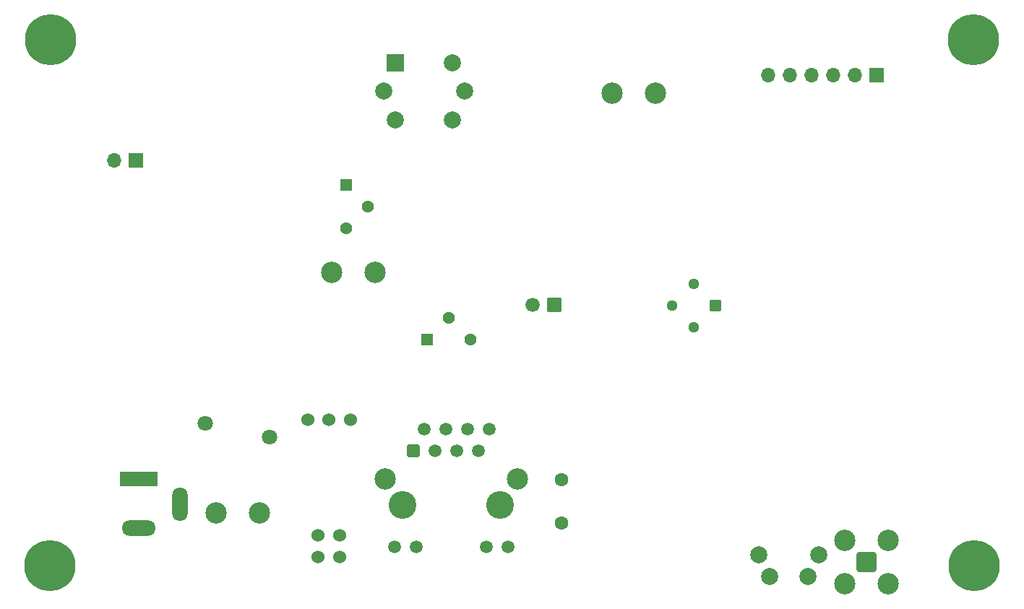
<source format=gbr>
%TF.GenerationSoftware,KiCad,Pcbnew,8.0.6*%
%TF.CreationDate,2025-04-11T21:40:20+07:00*%
%TF.ProjectId,DATN,4441544e-2e6b-4696-9361-645f70636258,rev?*%
%TF.SameCoordinates,Original*%
%TF.FileFunction,Soldermask,Bot*%
%TF.FilePolarity,Negative*%
%FSLAX46Y46*%
G04 Gerber Fmt 4.6, Leading zero omitted, Abs format (unit mm)*
G04 Created by KiCad (PCBNEW 8.0.6) date 2025-04-11 21:40:20*
%MOMM*%
%LPD*%
G01*
G04 APERTURE LIST*
G04 Aperture macros list*
%AMRoundRect*
0 Rectangle with rounded corners*
0 $1 Rounding radius*
0 $2 $3 $4 $5 $6 $7 $8 $9 X,Y pos of 4 corners*
0 Add a 4 corners polygon primitive as box body*
4,1,4,$2,$3,$4,$5,$6,$7,$8,$9,$2,$3,0*
0 Add four circle primitives for the rounded corners*
1,1,$1+$1,$2,$3*
1,1,$1+$1,$4,$5*
1,1,$1+$1,$6,$7*
1,1,$1+$1,$8,$9*
0 Add four rect primitives between the rounded corners*
20,1,$1+$1,$2,$3,$4,$5,0*
20,1,$1+$1,$4,$5,$6,$7,0*
20,1,$1+$1,$6,$7,$8,$9,0*
20,1,$1+$1,$8,$9,$2,$3,0*%
G04 Aperture macros list end*
%ADD10C,6.000000*%
%ADD11C,1.524000*%
%ADD12R,1.700000X1.700000*%
%ADD13O,1.700000X1.700000*%
%ADD14R,4.400000X1.800000*%
%ADD15O,4.000000X1.800000*%
%ADD16O,1.800000X4.000000*%
%ADD17RoundRect,0.200100X0.949900X0.949900X-0.949900X0.949900X-0.949900X-0.949900X0.949900X-0.949900X0*%
%ADD18C,2.500000*%
%ADD19R,2.000000X2.000000*%
%ADD20C,2.000000*%
%ADD21C,1.800000*%
%ADD22RoundRect,0.102000X-0.611000X-0.611000X0.611000X-0.611000X0.611000X0.611000X-0.611000X0.611000X0*%
%ADD23C,1.426000*%
%ADD24C,1.600000*%
%ADD25C,1.674000*%
%ADD26RoundRect,0.102000X0.735000X0.735000X-0.735000X0.735000X-0.735000X-0.735000X0.735000X-0.735000X0*%
%ADD27RoundRect,0.102000X0.545000X0.545000X-0.545000X0.545000X-0.545000X-0.545000X0.545000X-0.545000X0*%
%ADD28C,1.294000*%
%ADD29C,3.250000*%
%ADD30RoundRect,0.250500X-0.499500X-0.499500X0.499500X-0.499500X0.499500X0.499500X-0.499500X0.499500X0*%
%ADD31C,1.500000*%
%ADD32RoundRect,0.102000X-0.611000X0.611000X-0.611000X-0.611000X0.611000X-0.611000X0.611000X0.611000X0*%
G04 APERTURE END LIST*
D10*
%TO.C,H1*%
X68775000Y-123550000D03*
%TD*%
%TO.C,H1*%
X176950000Y-61950000D03*
%TD*%
D11*
%TO.C,D1*%
X100175000Y-122550000D03*
X102715000Y-122550000D03*
X100175000Y-120010000D03*
X102715000Y-120010000D03*
%TD*%
D12*
%TO.C,BT1*%
X78850000Y-76075000D03*
D13*
X76310000Y-76075000D03*
%TD*%
D14*
%TO.C,J1*%
X79200000Y-113425000D03*
D15*
X79200000Y-119225000D03*
D16*
X84000000Y-116425000D03*
%TD*%
D17*
%TO.C,U8*%
X164400000Y-123175000D03*
D18*
X166940000Y-125715000D03*
X166940000Y-120635000D03*
X161860000Y-125715000D03*
X161860000Y-120635000D03*
%TD*%
D12*
%TO.C,J3*%
X165590000Y-66100000D03*
D13*
X163050000Y-66100000D03*
X160510000Y-66100000D03*
X157970000Y-66100000D03*
X155430000Y-66100000D03*
X152890000Y-66100000D03*
%TD*%
D18*
%TO.C,J5*%
X101780000Y-89210000D03*
X106860000Y-89210000D03*
%TD*%
D19*
%TO.C,U10*%
X109230000Y-64630000D03*
D20*
X107840000Y-67990000D03*
X109230000Y-71350000D03*
X115950000Y-71350000D03*
X117340000Y-67990000D03*
X115950000Y-64630000D03*
%TD*%
D11*
%TO.C,SW1*%
X103975000Y-106475000D03*
X101475000Y-106475000D03*
X98975000Y-106475000D03*
%TD*%
D21*
%TO.C,RV1*%
X86975000Y-106870000D03*
X94475000Y-108503330D03*
%TD*%
D18*
%TO.C,J4*%
X139720000Y-68235000D03*
X134640000Y-68235000D03*
%TD*%
D22*
%TO.C,VR1*%
X112935000Y-97100000D03*
D23*
X115475000Y-94560000D03*
X118015000Y-97100000D03*
%TD*%
D24*
%TO.C,C33*%
X128675000Y-118550000D03*
X128675000Y-113550000D03*
%TD*%
D25*
%TO.C,Q9*%
X125350000Y-92990000D03*
D26*
X127890000Y-92990000D03*
%TD*%
D10*
%TO.C,H1*%
X68825000Y-61950000D03*
%TD*%
%TO.C,H1*%
X177025000Y-123600000D03*
%TD*%
D20*
%TO.C,SW3*%
X157575000Y-124850000D03*
X153075000Y-124850000D03*
X158825000Y-122350000D03*
X151825000Y-122350000D03*
%TD*%
D27*
%TO.C,U13*%
X146725000Y-93125000D03*
D28*
X144185000Y-90585000D03*
X141645000Y-93125000D03*
X144185000Y-95665000D03*
%TD*%
D29*
%TO.C,J6*%
X110060000Y-116475000D03*
X121490000Y-116475000D03*
D30*
X111335000Y-110115000D03*
D31*
X112595000Y-107575000D03*
X113875000Y-110115000D03*
X115135000Y-107575000D03*
X116415000Y-110115000D03*
X117675000Y-107575000D03*
X118955000Y-110115000D03*
X120215000Y-107575000D03*
X109150000Y-121375000D03*
X111690000Y-121375000D03*
X119860000Y-121375000D03*
X122400000Y-121375000D03*
D18*
X108030000Y-113425000D03*
X123520000Y-113425000D03*
%TD*%
D32*
%TO.C,VR2*%
X103465000Y-79000000D03*
D23*
X106005000Y-81540000D03*
X103465000Y-84080000D03*
%TD*%
D18*
%TO.C,J2*%
X88255000Y-117410000D03*
X93335000Y-117410000D03*
%TD*%
M02*

</source>
